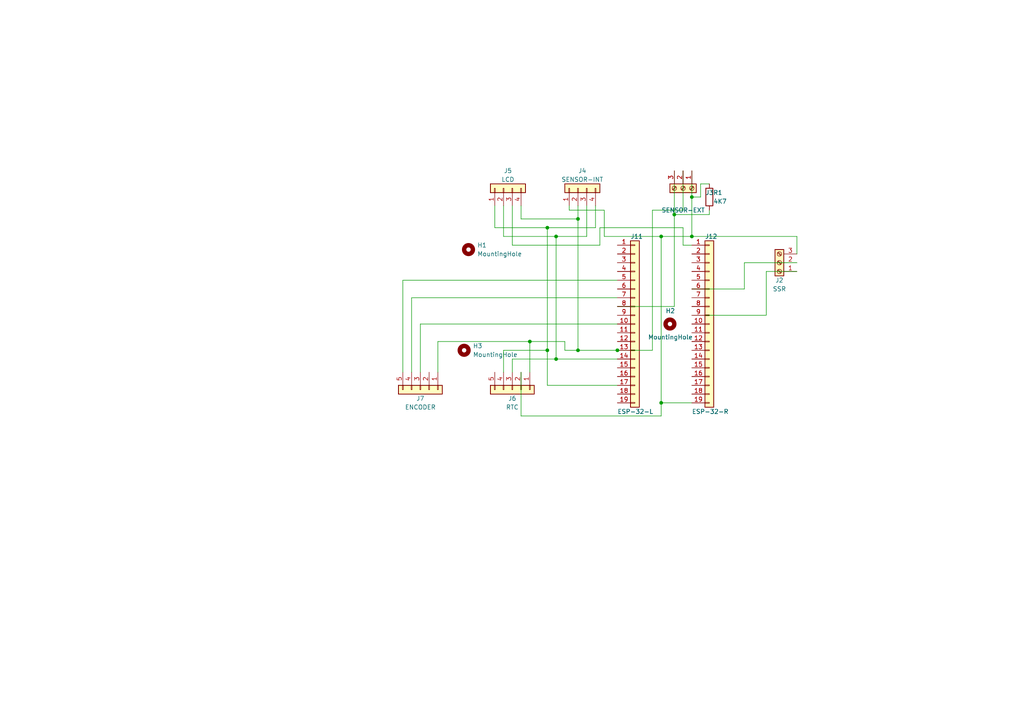
<source format=kicad_sch>
(kicad_sch (version 20211123) (generator eeschema)

  (uuid ef6cf2b0-fb00-4cb8-9c62-46a9d766f004)

  (paper "A4")

  (lib_symbols
    (symbol "Conn_01x19_1" (pin_names (offset 1.016) hide) (in_bom yes) (on_board yes)
      (property "Reference" "J11" (id 0) (at -1.27 25.4 0)
        (effects (font (size 1.27 1.27)) (justify left))
      )
      (property "Value" "ESP-32-L" (id 1) (at -5.08 -25.4 0)
        (effects (font (size 1.27 1.27)) (justify left))
      )
      (property "Footprint" "Connector_PinSocket_2.54mm:PinSocket_1x19_P2.54mm_Vertical" (id 2) (at 0 27.94 0)
        (effects (font (size 1.27 1.27)) hide)
      )
      (property "Datasheet" "~" (id 3) (at 0 0 0)
        (effects (font (size 1.27 1.27)) hide)
      )
      (property "ki_keywords" "connector" (id 4) (at 0 0 0)
        (effects (font (size 1.27 1.27)) hide)
      )
      (property "ki_description" "Generic connector, single row, 01x19, script generated (kicad-library-utils/schlib/autogen/connector/)" (id 5) (at 0 0 0)
        (effects (font (size 1.27 1.27)) hide)
      )
      (property "ki_fp_filters" "Connector*:*_1x??_*" (id 6) (at 0 0 0)
        (effects (font (size 1.27 1.27)) hide)
      )
      (symbol "Conn_01x19_1_1_1"
        (rectangle (start -1.27 -22.733) (end 0 -22.987)
          (stroke (width 0.1524) (type default) (color 0 0 0 0))
          (fill (type none))
        )
        (rectangle (start -1.27 -20.193) (end 0 -20.447)
          (stroke (width 0.1524) (type default) (color 0 0 0 0))
          (fill (type none))
        )
        (rectangle (start -1.27 -17.653) (end 0 -17.907)
          (stroke (width 0.1524) (type default) (color 0 0 0 0))
          (fill (type none))
        )
        (rectangle (start -1.27 -15.113) (end 0 -15.367)
          (stroke (width 0.1524) (type default) (color 0 0 0 0))
          (fill (type none))
        )
        (rectangle (start -1.27 -12.573) (end 0 -12.827)
          (stroke (width 0.1524) (type default) (color 0 0 0 0))
          (fill (type none))
        )
        (rectangle (start -1.27 -10.033) (end 0 -10.287)
          (stroke (width 0.1524) (type default) (color 0 0 0 0))
          (fill (type none))
        )
        (rectangle (start -1.27 -7.493) (end 0 -7.747)
          (stroke (width 0.1524) (type default) (color 0 0 0 0))
          (fill (type none))
        )
        (rectangle (start -1.27 -4.953) (end 0 -5.207)
          (stroke (width 0.1524) (type default) (color 0 0 0 0))
          (fill (type none))
        )
        (rectangle (start -1.27 -2.413) (end 0 -2.667)
          (stroke (width 0.1524) (type default) (color 0 0 0 0))
          (fill (type none))
        )
        (rectangle (start -1.27 0.127) (end 0 -0.127)
          (stroke (width 0.1524) (type default) (color 0 0 0 0))
          (fill (type none))
        )
        (rectangle (start -1.27 2.667) (end 0 2.413)
          (stroke (width 0.1524) (type default) (color 0 0 0 0))
          (fill (type none))
        )
        (rectangle (start -1.27 5.207) (end 0 4.953)
          (stroke (width 0.1524) (type default) (color 0 0 0 0))
          (fill (type none))
        )
        (rectangle (start -1.27 7.747) (end 0 7.493)
          (stroke (width 0.1524) (type default) (color 0 0 0 0))
          (fill (type none))
        )
        (rectangle (start -1.27 10.287) (end 0 10.033)
          (stroke (width 0.1524) (type default) (color 0 0 0 0))
          (fill (type none))
        )
        (rectangle (start -1.27 12.827) (end 0 12.573)
          (stroke (width 0.1524) (type default) (color 0 0 0 0))
          (fill (type none))
        )
        (rectangle (start -1.27 15.367) (end 0 15.113)
          (stroke (width 0.1524) (type default) (color 0 0 0 0))
          (fill (type none))
        )
        (rectangle (start -1.27 17.907) (end 0 17.653)
          (stroke (width 0.1524) (type default) (color 0 0 0 0))
          (fill (type none))
        )
        (rectangle (start -1.27 20.447) (end 0 20.193)
          (stroke (width 0.1524) (type default) (color 0 0 0 0))
          (fill (type none))
        )
        (rectangle (start -1.27 22.987) (end 0 22.733)
          (stroke (width 0.1524) (type default) (color 0 0 0 0))
          (fill (type none))
        )
        (rectangle (start -1.27 24.13) (end 1.27 -24.13)
          (stroke (width 0.254) (type default) (color 0 0 0 0))
          (fill (type background))
        )
        (pin passive line (at -5.08 22.86 0) (length 3.81)
          (name "Pin_1" (effects (font (size 1.27 1.27))))
          (number "1" (effects (font (size 1.27 1.27))))
        )
        (pin passive line (at -5.08 0 0) (length 3.81)
          (name "Pin_GPIO5" (effects (font (size 1.27 1.27))))
          (number "10" (effects (font (size 1.27 1.27))))
        )
        (pin passive line (at -5.08 -2.54 0) (length 3.81)
          (name "Pin_11" (effects (font (size 1.27 1.27))))
          (number "11" (effects (font (size 1.27 1.27))))
        )
        (pin passive line (at -5.08 -5.08 0) (length 3.81)
          (name "Pin_12" (effects (font (size 1.27 1.27))))
          (number "12" (effects (font (size 1.27 1.27))))
        )
        (pin passive line (at -5.08 -7.62 0) (length 3.81)
          (name "Pin_GND" (effects (font (size 1.27 1.27))))
          (number "13" (effects (font (size 1.27 1.27))))
        )
        (pin passive line (at -5.08 -10.16 0) (length 3.81)
          (name "Pin_SDA" (effects (font (size 1.27 1.27))))
          (number "14" (effects (font (size 1.27 1.27))))
        )
        (pin passive line (at -5.08 -12.7 0) (length 3.81)
          (name "Pin_15" (effects (font (size 1.27 1.27))))
          (number "15" (effects (font (size 1.27 1.27))))
        )
        (pin passive line (at -5.08 -15.24 0) (length 3.81)
          (name "Pin_16" (effects (font (size 1.27 1.27))))
          (number "16" (effects (font (size 1.27 1.27))))
        )
        (pin passive line (at -5.08 -17.78 0) (length 3.81)
          (name "Pin_SCL" (effects (font (size 1.27 1.27))))
          (number "17" (effects (font (size 1.27 1.27))))
        )
        (pin passive line (at -5.08 -20.32 0) (length 3.81)
          (name "Pin_18" (effects (font (size 1.27 1.27))))
          (number "18" (effects (font (size 1.27 1.27))))
        )
        (pin passive line (at -5.08 -22.86 0) (length 3.81)
          (name "Pin_19" (effects (font (size 1.27 1.27))))
          (number "19" (effects (font (size 1.27 1.27))))
        )
        (pin passive line (at -5.08 20.32 0) (length 3.81)
          (name "Pin_2" (effects (font (size 1.27 1.27))))
          (number "2" (effects (font (size 1.27 1.27))))
        )
        (pin passive line (at -5.08 17.78 0) (length 3.81)
          (name "Pin_3" (effects (font (size 1.27 1.27))))
          (number "3" (effects (font (size 1.27 1.27))))
        )
        (pin passive line (at -5.08 15.24 0) (length 3.81)
          (name "Pin_4" (effects (font (size 1.27 1.27))))
          (number "4" (effects (font (size 1.27 1.27))))
        )
        (pin passive line (at -5.08 12.7 0) (length 3.81)
          (name "Pin_GPIO2" (effects (font (size 1.27 1.27))))
          (number "5" (effects (font (size 1.27 1.27))))
        )
        (pin passive line (at -5.08 10.16 0) (length 3.81)
          (name "Pin_6" (effects (font (size 1.27 1.27))))
          (number "6" (effects (font (size 1.27 1.27))))
        )
        (pin passive line (at -5.08 7.62 0) (length 3.81)
          (name "Pin_GPIO4" (effects (font (size 1.27 1.27))))
          (number "7" (effects (font (size 1.27 1.27))))
        )
        (pin passive line (at -5.08 5.08 0) (length 3.81)
          (name "Pin_GPIO16" (effects (font (size 1.27 1.27))))
          (number "8" (effects (font (size 1.27 1.27))))
        )
        (pin passive line (at -5.08 2.54 0) (length 3.81)
          (name "Pin_9" (effects (font (size 1.27 1.27))))
          (number "9" (effects (font (size 1.27 1.27))))
        )
      )
    )
    (symbol "Connector:Screw_Terminal_01x03" (pin_names (offset 1.016) hide) (in_bom yes) (on_board yes)
      (property "Reference" "J" (id 0) (at 0 5.08 0)
        (effects (font (size 1.27 1.27)))
      )
      (property "Value" "Screw_Terminal_01x03" (id 1) (at 0 -5.08 0)
        (effects (font (size 1.27 1.27)))
      )
      (property "Footprint" "" (id 2) (at 0 0 0)
        (effects (font (size 1.27 1.27)) hide)
      )
      (property "Datasheet" "~" (id 3) (at 0 0 0)
        (effects (font (size 1.27 1.27)) hide)
      )
      (property "ki_keywords" "screw terminal" (id 4) (at 0 0 0)
        (effects (font (size 1.27 1.27)) hide)
      )
      (property "ki_description" "Generic screw terminal, single row, 01x03, script generated (kicad-library-utils/schlib/autogen/connector/)" (id 5) (at 0 0 0)
        (effects (font (size 1.27 1.27)) hide)
      )
      (property "ki_fp_filters" "TerminalBlock*:*" (id 6) (at 0 0 0)
        (effects (font (size 1.27 1.27)) hide)
      )
      (symbol "Screw_Terminal_01x03_1_1"
        (rectangle (start -1.27 3.81) (end 1.27 -3.81)
          (stroke (width 0.254) (type default) (color 0 0 0 0))
          (fill (type background))
        )
        (circle (center 0 -2.54) (radius 0.635)
          (stroke (width 0.1524) (type default) (color 0 0 0 0))
          (fill (type none))
        )
        (polyline
          (pts
            (xy -0.5334 -2.2098)
            (xy 0.3302 -3.048)
          )
          (stroke (width 0.1524) (type default) (color 0 0 0 0))
          (fill (type none))
        )
        (polyline
          (pts
            (xy -0.5334 0.3302)
            (xy 0.3302 -0.508)
          )
          (stroke (width 0.1524) (type default) (color 0 0 0 0))
          (fill (type none))
        )
        (polyline
          (pts
            (xy -0.5334 2.8702)
            (xy 0.3302 2.032)
          )
          (stroke (width 0.1524) (type default) (color 0 0 0 0))
          (fill (type none))
        )
        (polyline
          (pts
            (xy -0.3556 -2.032)
            (xy 0.508 -2.8702)
          )
          (stroke (width 0.1524) (type default) (color 0 0 0 0))
          (fill (type none))
        )
        (polyline
          (pts
            (xy -0.3556 0.508)
            (xy 0.508 -0.3302)
          )
          (stroke (width 0.1524) (type default) (color 0 0 0 0))
          (fill (type none))
        )
        (polyline
          (pts
            (xy -0.3556 3.048)
            (xy 0.508 2.2098)
          )
          (stroke (width 0.1524) (type default) (color 0 0 0 0))
          (fill (type none))
        )
        (circle (center 0 0) (radius 0.635)
          (stroke (width 0.1524) (type default) (color 0 0 0 0))
          (fill (type none))
        )
        (circle (center 0 2.54) (radius 0.635)
          (stroke (width 0.1524) (type default) (color 0 0 0 0))
          (fill (type none))
        )
        (pin passive line (at -5.08 2.54 0) (length 3.81)
          (name "Pin_1" (effects (font (size 1.27 1.27))))
          (number "1" (effects (font (size 1.27 1.27))))
        )
        (pin passive line (at -5.08 0 0) (length 3.81)
          (name "Pin_2" (effects (font (size 1.27 1.27))))
          (number "2" (effects (font (size 1.27 1.27))))
        )
        (pin passive line (at -5.08 -2.54 0) (length 3.81)
          (name "Pin_3" (effects (font (size 1.27 1.27))))
          (number "3" (effects (font (size 1.27 1.27))))
        )
      )
    )
    (symbol "Connector_Generic:Conn_01x04" (pin_names (offset 1.016) hide) (in_bom yes) (on_board yes)
      (property "Reference" "J" (id 0) (at 0 5.08 0)
        (effects (font (size 1.27 1.27)))
      )
      (property "Value" "Conn_01x04" (id 1) (at 0 -7.62 0)
        (effects (font (size 1.27 1.27)))
      )
      (property "Footprint" "" (id 2) (at 0 0 0)
        (effects (font (size 1.27 1.27)) hide)
      )
      (property "Datasheet" "~" (id 3) (at 0 0 0)
        (effects (font (size 1.27 1.27)) hide)
      )
      (property "ki_keywords" "connector" (id 4) (at 0 0 0)
        (effects (font (size 1.27 1.27)) hide)
      )
      (property "ki_description" "Generic connector, single row, 01x04, script generated (kicad-library-utils/schlib/autogen/connector/)" (id 5) (at 0 0 0)
        (effects (font (size 1.27 1.27)) hide)
      )
      (property "ki_fp_filters" "Connector*:*_1x??_*" (id 6) (at 0 0 0)
        (effects (font (size 1.27 1.27)) hide)
      )
      (symbol "Conn_01x04_1_1"
        (rectangle (start -1.27 -4.953) (end 0 -5.207)
          (stroke (width 0.1524) (type default) (color 0 0 0 0))
          (fill (type none))
        )
        (rectangle (start -1.27 -2.413) (end 0 -2.667)
          (stroke (width 0.1524) (type default) (color 0 0 0 0))
          (fill (type none))
        )
        (rectangle (start -1.27 0.127) (end 0 -0.127)
          (stroke (width 0.1524) (type default) (color 0 0 0 0))
          (fill (type none))
        )
        (rectangle (start -1.27 2.667) (end 0 2.413)
          (stroke (width 0.1524) (type default) (color 0 0 0 0))
          (fill (type none))
        )
        (rectangle (start -1.27 3.81) (end 1.27 -6.35)
          (stroke (width 0.254) (type default) (color 0 0 0 0))
          (fill (type background))
        )
        (pin passive line (at -5.08 2.54 0) (length 3.81)
          (name "Pin_1" (effects (font (size 1.27 1.27))))
          (number "1" (effects (font (size 1.27 1.27))))
        )
        (pin passive line (at -5.08 0 0) (length 3.81)
          (name "Pin_2" (effects (font (size 1.27 1.27))))
          (number "2" (effects (font (size 1.27 1.27))))
        )
        (pin passive line (at -5.08 -2.54 0) (length 3.81)
          (name "Pin_3" (effects (font (size 1.27 1.27))))
          (number "3" (effects (font (size 1.27 1.27))))
        )
        (pin passive line (at -5.08 -5.08 0) (length 3.81)
          (name "Pin_4" (effects (font (size 1.27 1.27))))
          (number "4" (effects (font (size 1.27 1.27))))
        )
      )
    )
    (symbol "Connector_Generic:Conn_01x05" (pin_names (offset 1.016) hide) (in_bom yes) (on_board yes)
      (property "Reference" "J" (id 0) (at 0 7.62 0)
        (effects (font (size 1.27 1.27)))
      )
      (property "Value" "Conn_01x05" (id 1) (at 0 -7.62 0)
        (effects (font (size 1.27 1.27)))
      )
      (property "Footprint" "" (id 2) (at 0 0 0)
        (effects (font (size 1.27 1.27)) hide)
      )
      (property "Datasheet" "~" (id 3) (at 0 0 0)
        (effects (font (size 1.27 1.27)) hide)
      )
      (property "ki_keywords" "connector" (id 4) (at 0 0 0)
        (effects (font (size 1.27 1.27)) hide)
      )
      (property "ki_description" "Generic connector, single row, 01x05, script generated (kicad-library-utils/schlib/autogen/connector/)" (id 5) (at 0 0 0)
        (effects (font (size 1.27 1.27)) hide)
      )
      (property "ki_fp_filters" "Connector*:*_1x??_*" (id 6) (at 0 0 0)
        (effects (font (size 1.27 1.27)) hide)
      )
      (symbol "Conn_01x05_1_1"
        (rectangle (start -1.27 -4.953) (end 0 -5.207)
          (stroke (width 0.1524) (type default) (color 0 0 0 0))
          (fill (type none))
        )
        (rectangle (start -1.27 -2.413) (end 0 -2.667)
          (stroke (width 0.1524) (type default) (color 0 0 0 0))
          (fill (type none))
        )
        (rectangle (start -1.27 0.127) (end 0 -0.127)
          (stroke (width 0.1524) (type default) (color 0 0 0 0))
          (fill (type none))
        )
        (rectangle (start -1.27 2.667) (end 0 2.413)
          (stroke (width 0.1524) (type default) (color 0 0 0 0))
          (fill (type none))
        )
        (rectangle (start -1.27 5.207) (end 0 4.953)
          (stroke (width 0.1524) (type default) (color 0 0 0 0))
          (fill (type none))
        )
        (rectangle (start -1.27 6.35) (end 1.27 -6.35)
          (stroke (width 0.254) (type default) (color 0 0 0 0))
          (fill (type background))
        )
        (pin passive line (at -5.08 5.08 0) (length 3.81)
          (name "Pin_1" (effects (font (size 1.27 1.27))))
          (number "1" (effects (font (size 1.27 1.27))))
        )
        (pin passive line (at -5.08 2.54 0) (length 3.81)
          (name "Pin_2" (effects (font (size 1.27 1.27))))
          (number "2" (effects (font (size 1.27 1.27))))
        )
        (pin passive line (at -5.08 0 0) (length 3.81)
          (name "Pin_3" (effects (font (size 1.27 1.27))))
          (number "3" (effects (font (size 1.27 1.27))))
        )
        (pin passive line (at -5.08 -2.54 0) (length 3.81)
          (name "Pin_4" (effects (font (size 1.27 1.27))))
          (number "4" (effects (font (size 1.27 1.27))))
        )
        (pin passive line (at -5.08 -5.08 0) (length 3.81)
          (name "Pin_5" (effects (font (size 1.27 1.27))))
          (number "5" (effects (font (size 1.27 1.27))))
        )
      )
    )
    (symbol "Connector_Generic:Conn_01x19" (pin_names (offset 1.016) hide) (in_bom yes) (on_board yes)
      (property "Reference" "J12" (id 0) (at -1.27 25.4 0)
        (effects (font (size 1.27 1.27)) (justify left))
      )
      (property "Value" "ESP-32-R" (id 1) (at -5.08 -25.4 0)
        (effects (font (size 1.27 1.27)) (justify left))
      )
      (property "Footprint" "Connector_PinSocket_2.54mm:PinSocket_1x19_P2.54mm_Vertical" (id 2) (at 0 0 0)
        (effects (font (size 1.27 1.27)) hide)
      )
      (property "Datasheet" "~" (id 3) (at 0 0 0)
        (effects (font (size 1.27 1.27)) hide)
      )
      (property "ki_keywords" "connector" (id 4) (at 0 0 0)
        (effects (font (size 1.27 1.27)) hide)
      )
      (property "ki_description" "Generic connector, single row, 01x19, script generated (kicad-library-utils/schlib/autogen/connector/)" (id 5) (at 0 0 0)
        (effects (font (size 1.27 1.27)) hide)
      )
      (property "ki_fp_filters" "Connector*:*_1x??_*" (id 6) (at 0 0 0)
        (effects (font (size 1.27 1.27)) hide)
      )
      (symbol "Conn_01x19_1_1"
        (rectangle (start -1.27 -22.733) (end 0 -22.987)
          (stroke (width 0.1524) (type default) (color 0 0 0 0))
          (fill (type none))
        )
        (rectangle (start -1.27 -20.193) (end 0 -20.447)
          (stroke (width 0.1524) (type default) (color 0 0 0 0))
          (fill (type none))
        )
        (rectangle (start -1.27 -17.653) (end 0 -17.907)
          (stroke (width 0.1524) (type default) (color 0 0 0 0))
          (fill (type none))
        )
        (rectangle (start -1.27 -15.113) (end 0 -15.367)
          (stroke (width 0.1524) (type default) (color 0 0 0 0))
          (fill (type none))
        )
        (rectangle (start -1.27 -12.573) (end 0 -12.827)
          (stroke (width 0.1524) (type default) (color 0 0 0 0))
          (fill (type none))
        )
        (rectangle (start -1.27 -10.033) (end 0 -10.287)
          (stroke (width 0.1524) (type default) (color 0 0 0 0))
          (fill (type none))
        )
        (rectangle (start -1.27 -7.493) (end 0 -7.747)
          (stroke (width 0.1524) (type default) (color 0 0 0 0))
          (fill (type none))
        )
        (rectangle (start -1.27 -4.953) (end 0 -5.207)
          (stroke (width 0.1524) (type default) (color 0 0 0 0))
          (fill (type none))
        )
        (rectangle (start -1.27 -2.413) (end 0 -2.667)
          (stroke (width 0.1524) (type default) (color 0 0 0 0))
          (fill (type none))
        )
        (rectangle (start -1.27 0.127) (end 0 -0.127)
          (stroke (width 0.1524) (type default) (color 0 0 0 0))
          (fill (type none))
        )
        (rectangle (start -1.27 2.667) (end 0 2.413)
          (stroke (width 0.1524) (type default) (color 0 0 0 0))
          (fill (type none))
        )
        (rectangle (start -1.27 5.207) (end 0 4.953)
          (stroke (width 0.1524) (type default) (color 0 0 0 0))
          (fill (type none))
        )
        (rectangle (start -1.27 7.747) (end 0 7.493)
          (stroke (width 0.1524) (type default) (color 0 0 0 0))
          (fill (type none))
        )
        (rectangle (start -1.27 10.287) (end 0 10.033)
          (stroke (width 0.1524) (type default) (color 0 0 0 0))
          (fill (type none))
        )
        (rectangle (start -1.27 12.827) (end 0 12.573)
          (stroke (width 0.1524) (type default) (color 0 0 0 0))
          (fill (type none))
        )
        (rectangle (start -1.27 15.367) (end 0 15.113)
          (stroke (width 0.1524) (type default) (color 0 0 0 0))
          (fill (type none))
        )
        (rectangle (start -1.27 17.907) (end 0 17.653)
          (stroke (width 0.1524) (type default) (color 0 0 0 0))
          (fill (type none))
        )
        (rectangle (start -1.27 20.447) (end 0 20.193)
          (stroke (width 0.1524) (type default) (color 0 0 0 0))
          (fill (type none))
        )
        (rectangle (start -1.27 22.987) (end 0 22.733)
          (stroke (width 0.1524) (type default) (color 0 0 0 0))
          (fill (type none))
        )
        (rectangle (start -1.27 24.13) (end 1.27 -24.13)
          (stroke (width 0.254) (type default) (color 0 0 0 0))
          (fill (type background))
        )
        (pin passive line (at -5.08 22.86 0) (length 3.81)
          (name "Pin_1" (effects (font (size 1.27 1.27))))
          (number "1" (effects (font (size 1.27 1.27))))
        )
        (pin passive line (at -5.08 0 0) (length 3.81)
          (name "Pin_10" (effects (font (size 1.27 1.27))))
          (number "10" (effects (font (size 1.27 1.27))))
        )
        (pin passive line (at -5.08 -2.54 0) (length 3.81)
          (name "Pin_11" (effects (font (size 1.27 1.27))))
          (number "11" (effects (font (size 1.27 1.27))))
        )
        (pin passive line (at -5.08 -5.08 0) (length 3.81)
          (name "Pin_12" (effects (font (size 1.27 1.27))))
          (number "12" (effects (font (size 1.27 1.27))))
        )
        (pin passive line (at -5.08 -7.62 0) (length 3.81)
          (name "Pin_13" (effects (font (size 1.27 1.27))))
          (number "13" (effects (font (size 1.27 1.27))))
        )
        (pin passive line (at -5.08 -10.16 0) (length 3.81)
          (name "Pin_14" (effects (font (size 1.27 1.27))))
          (number "14" (effects (font (size 1.27 1.27))))
        )
        (pin passive line (at -5.08 -12.7 0) (length 3.81)
          (name "Pin_15" (effects (font (size 1.27 1.27))))
          (number "15" (effects (font (size 1.27 1.27))))
        )
        (pin passive line (at -5.08 -15.24 0) (length 3.81)
          (name "Pin_16" (effects (font (size 1.27 1.27))))
          (number "16" (effects (font (size 1.27 1.27))))
        )
        (pin passive line (at -5.08 -17.78 0) (length 3.81)
          (name "Pin_17" (effects (font (size 1.27 1.27))))
          (number "17" (effects (font (size 1.27 1.27))))
        )
        (pin passive line (at -5.08 -20.32 0) (length 3.81)
          (name "Pin_18" (effects (font (size 1.27 1.27))))
          (number "18" (effects (font (size 1.27 1.27))))
        )
        (pin passive line (at -5.08 -22.86 0) (length 3.81)
          (name "Pin_3V3" (effects (font (size 1.27 1.27))))
          (number "19" (effects (font (size 1.27 1.27))))
        )
        (pin passive line (at -5.08 20.32 0) (length 3.81)
          (name "Pin_2" (effects (font (size 1.27 1.27))))
          (number "2" (effects (font (size 1.27 1.27))))
        )
        (pin passive line (at -5.08 17.78 0) (length 3.81)
          (name "Pin_3" (effects (font (size 1.27 1.27))))
          (number "3" (effects (font (size 1.27 1.27))))
        )
        (pin passive line (at -5.08 15.24 0) (length 3.81)
          (name "Pin_4" (effects (font (size 1.27 1.27))))
          (number "4" (effects (font (size 1.27 1.27))))
        )
        (pin passive line (at -5.08 12.7 0) (length 3.81)
          (name "Pin_5" (effects (font (size 1.27 1.27))))
          (number "5" (effects (font (size 1.27 1.27))))
        )
        (pin passive line (at -5.08 10.16 0) (length 3.81)
          (name "Pin_GND" (effects (font (size 1.27 1.27))))
          (number "6" (effects (font (size 1.27 1.27))))
        )
        (pin passive line (at -5.08 7.62 0) (length 3.81)
          (name "Pin_7" (effects (font (size 1.27 1.27))))
          (number "7" (effects (font (size 1.27 1.27))))
        )
        (pin passive line (at -5.08 5.08 0) (length 3.81)
          (name "Pin_8" (effects (font (size 1.27 1.27))))
          (number "8" (effects (font (size 1.27 1.27))))
        )
        (pin passive line (at -5.08 2.54 0) (length 3.81)
          (name "Pin_GPIO27" (effects (font (size 1.27 1.27))))
          (number "9" (effects (font (size 1.27 1.27))))
        )
      )
    )
    (symbol "Device:R" (pin_numbers hide) (pin_names (offset 0)) (in_bom yes) (on_board yes)
      (property "Reference" "R" (id 0) (at 2.032 0 90)
        (effects (font (size 1.27 1.27)))
      )
      (property "Value" "R" (id 1) (at 0 0 90)
        (effects (font (size 1.27 1.27)))
      )
      (property "Footprint" "" (id 2) (at -1.778 0 90)
        (effects (font (size 1.27 1.27)) hide)
      )
      (property "Datasheet" "~" (id 3) (at 0 0 0)
        (effects (font (size 1.27 1.27)) hide)
      )
      (property "ki_keywords" "R res resistor" (id 4) (at 0 0 0)
        (effects (font (size 1.27 1.27)) hide)
      )
      (property "ki_description" "Resistor" (id 5) (at 0 0 0)
        (effects (font (size 1.27 1.27)) hide)
      )
      (property "ki_fp_filters" "R_*" (id 6) (at 0 0 0)
        (effects (font (size 1.27 1.27)) hide)
      )
      (symbol "R_0_1"
        (rectangle (start -1.016 -2.54) (end 1.016 2.54)
          (stroke (width 0.254) (type default) (color 0 0 0 0))
          (fill (type none))
        )
      )
      (symbol "R_1_1"
        (pin passive line (at 0 3.81 270) (length 1.27)
          (name "~" (effects (font (size 1.27 1.27))))
          (number "1" (effects (font (size 1.27 1.27))))
        )
        (pin passive line (at 0 -3.81 90) (length 1.27)
          (name "~" (effects (font (size 1.27 1.27))))
          (number "2" (effects (font (size 1.27 1.27))))
        )
      )
    )
    (symbol "Mechanical:MountingHole" (pin_names (offset 1.016)) (in_bom yes) (on_board yes)
      (property "Reference" "H" (id 0) (at 0 5.08 0)
        (effects (font (size 1.27 1.27)))
      )
      (property "Value" "MountingHole" (id 1) (at 0 3.175 0)
        (effects (font (size 1.27 1.27)))
      )
      (property "Footprint" "" (id 2) (at 0 0 0)
        (effects (font (size 1.27 1.27)) hide)
      )
      (property "Datasheet" "~" (id 3) (at 0 0 0)
        (effects (font (size 1.27 1.27)) hide)
      )
      (property "ki_keywords" "mounting hole" (id 4) (at 0 0 0)
        (effects (font (size 1.27 1.27)) hide)
      )
      (property "ki_description" "Mounting Hole without connection" (id 5) (at 0 0 0)
        (effects (font (size 1.27 1.27)) hide)
      )
      (property "ki_fp_filters" "MountingHole*" (id 6) (at 0 0 0)
        (effects (font (size 1.27 1.27)) hide)
      )
      (symbol "MountingHole_0_1"
        (circle (center 0 0) (radius 1.27)
          (stroke (width 1.27) (type default) (color 0 0 0 0))
          (fill (type none))
        )
      )
    )
    (symbol "Screw_Terminal_01x03_1" (pin_names (offset 1.016) hide) (in_bom yes) (on_board yes)
      (property "Reference" "J3" (id 0) (at 1.27 8.89 90)
        (effects (font (size 1.27 1.27)) (justify right))
      )
      (property "Value" "Screw_Terminal_01x03_1" (id 1) (at 6.35 6.35 90)
        (effects (font (size 1.27 1.27)) (justify right))
      )
      (property "Footprint" "TerminalBlock_Phoenix:TerminalBlock_Phoenix_MKDS-1,5-3_1x03_P5.00mm_Horizontal" (id 2) (at -1.27 7.62 0)
        (effects (font (size 1.27 1.27)) hide)
      )
      (property "Datasheet" "~" (id 3) (at 0 0 0)
        (effects (font (size 1.27 1.27)) hide)
      )
      (property "ki_keywords" "screw terminal" (id 4) (at 0 0 0)
        (effects (font (size 1.27 1.27)) hide)
      )
      (property "ki_description" "Generic screw terminal, single row, 01x03, script generated (kicad-library-utils/schlib/autogen/connector/)" (id 5) (at 0 0 0)
        (effects (font (size 1.27 1.27)) hide)
      )
      (property "ki_fp_filters" "TerminalBlock*:*" (id 6) (at 0 0 0)
        (effects (font (size 1.27 1.27)) hide)
      )
      (symbol "Screw_Terminal_01x03_1_1_1"
        (rectangle (start -1.27 3.81) (end 1.27 -3.81)
          (stroke (width 0.254) (type default) (color 0 0 0 0))
          (fill (type background))
        )
        (circle (center 0 -2.54) (radius 0.635)
          (stroke (width 0.1524) (type default) (color 0 0 0 0))
          (fill (type none))
        )
        (polyline
          (pts
            (xy -0.5334 -2.2098)
            (xy 0.3302 -3.048)
          )
          (stroke (width 0.1524) (type default) (color 0 0 0 0))
          (fill (type none))
        )
        (polyline
          (pts
            (xy -0.5334 0.3302)
            (xy 0.3302 -0.508)
          )
          (stroke (width 0.1524) (type default) (color 0 0 0 0))
          (fill (type none))
        )
        (polyline
          (pts
            (xy -0.5334 2.8702)
            (xy 0.3302 2.032)
          )
          (stroke (width 0.1524) (type default) (color 0 0 0 0))
          (fill (type none))
        )
        (polyline
          (pts
            (xy -0.3556 -2.032)
            (xy 0.508 -2.8702)
          )
          (stroke (width 0.1524) (type default) (color 0 0 0 0))
          (fill (type none))
        )
        (polyline
          (pts
            (xy -0.3556 0.508)
            (xy 0.508 -0.3302)
          )
          (stroke (width 0.1524) (type default) (color 0 0 0 0))
          (fill (type none))
        )
        (polyline
          (pts
            (xy -0.3556 3.048)
            (xy 0.508 2.2098)
          )
          (stroke (width 0.1524) (type default) (color 0 0 0 0))
          (fill (type none))
        )
        (circle (center 0 0) (radius 0.635)
          (stroke (width 0.1524) (type default) (color 0 0 0 0))
          (fill (type none))
        )
        (circle (center 0 2.54) (radius 0.635)
          (stroke (width 0.1524) (type default) (color 0 0 0 0))
          (fill (type none))
        )
        (pin passive line (at -5.08 2.54 0) (length 3.81)
          (name "Pin_VCC" (effects (font (size 1.27 1.27))))
          (number "1" (effects (font (size 1.27 1.27))))
        )
        (pin passive line (at -5.08 0 0) (length 3.81)
          (name "Pin_GND" (effects (font (size 1.27 1.27))))
          (number "2" (effects (font (size 1.27 1.27))))
        )
        (pin passive line (at -5.08 -2.54 0) (length 3.81)
          (name "Pin_DATA" (effects (font (size 1.27 1.27))))
          (number "3" (effects (font (size 1.27 1.27))))
        )
      )
    )
  )

  (junction (at 200.66 68.58) (diameter 0) (color 0 0 0 0)
    (uuid 17e57c08-103a-4620-839c-63fe90a0265f)
  )
  (junction (at 179.07 101.6) (diameter 0) (color 0 0 0 0)
    (uuid 2257351f-7812-4b24-9e5b-852067046703)
  )
  (junction (at 158.75 66.04) (diameter 0) (color 0 0 0 0)
    (uuid 385ccc4f-c332-4433-a13a-0a65b1d49b5a)
  )
  (junction (at 158.75 101.6) (diameter 0) (color 0 0 0 0)
    (uuid 38b9beb0-9058-489f-bb75-c607b1c0287c)
  )
  (junction (at 161.29 68.58) (diameter 0) (color 0 0 0 0)
    (uuid 3a479207-c4b0-46d3-96b7-5bfdfd70ebf3)
  )
  (junction (at 153.67 99.06) (diameter 0) (color 0 0 0 0)
    (uuid 53e05ade-ae50-4d17-9356-951cec29bddd)
  )
  (junction (at 161.29 104.14) (diameter 0) (color 0 0 0 0)
    (uuid 58985aa0-ba33-45d5-9485-82ed2c5f0b3e)
  )
  (junction (at 191.77 68.58) (diameter 0) (color 0 0 0 0)
    (uuid 6b327825-7f0a-4f64-a5ca-c743a6a9b5eb)
  )
  (junction (at 200.66 57.15) (diameter 0) (color 0 0 0 0)
    (uuid a5fb7546-6bc4-43c3-9d12-a966d48d8a6d)
  )
  (junction (at 167.64 63.5) (diameter 0) (color 0 0 0 0)
    (uuid ac166e8b-f765-4169-92c2-9d253ef0cfd4)
  )
  (junction (at 167.64 101.6) (diameter 0) (color 0 0 0 0)
    (uuid dc157d45-075e-4df9-b450-cd045dc860aa)
  )
  (junction (at 195.58 62.23) (diameter 0) (color 0 0 0 0)
    (uuid dc43c791-9ba2-4d43-a701-06da7cfa492c)
  )
  (junction (at 191.77 116.84) (diameter 0) (color 0 0 0 0)
    (uuid ef6b937e-5d4e-4462-a379-2a48af63e46f)
  )

  (wire (pts (xy 179.07 111.76) (xy 158.75 111.76))
    (stroke (width 0) (type default) (color 0 0 0 0))
    (uuid 000410e7-93b6-4d5e-93dc-dfc7e5cf152e)
  )
  (wire (pts (xy 158.75 101.6) (xy 158.75 66.04))
    (stroke (width 0) (type default) (color 0 0 0 0))
    (uuid 03a68dc4-515d-4a8c-bbec-1a7a0720d3bf)
  )
  (wire (pts (xy 222.25 91.44) (xy 200.66 91.44))
    (stroke (width 0) (type default) (color 0 0 0 0))
    (uuid 04c2ebdc-644b-4660-95c5-6fad0b15b918)
  )
  (wire (pts (xy 195.58 62.23) (xy 195.58 88.9))
    (stroke (width 0) (type default) (color 0 0 0 0))
    (uuid 061ea57b-8727-4a89-bc7d-fc7d003b8769)
  )
  (wire (pts (xy 121.92 93.98) (xy 121.92 107.95))
    (stroke (width 0) (type default) (color 0 0 0 0))
    (uuid 0aa16f82-858d-4d6b-a032-4f272054a929)
  )
  (wire (pts (xy 161.29 68.58) (xy 146.05 68.58))
    (stroke (width 0) (type default) (color 0 0 0 0))
    (uuid 0b7f9098-0b82-4195-8e1b-3326992e2eb3)
  )
  (wire (pts (xy 189.23 60.96) (xy 189.23 101.6))
    (stroke (width 0) (type default) (color 0 0 0 0))
    (uuid 0c018e4f-eba7-4ef4-a072-8b8025959e80)
  )
  (wire (pts (xy 167.64 59.69) (xy 167.64 63.5))
    (stroke (width 0) (type default) (color 0 0 0 0))
    (uuid 0c9f5114-63f4-4a2d-905c-2fd262d6179e)
  )
  (wire (pts (xy 198.12 71.12) (xy 198.12 66.04))
    (stroke (width 0) (type default) (color 0 0 0 0))
    (uuid 14b3ba9d-e063-40d5-91b7-8f017317c48a)
  )
  (wire (pts (xy 205.74 62.23) (xy 205.74 60.96))
    (stroke (width 0) (type default) (color 0 0 0 0))
    (uuid 22ab83a4-d3f6-4d9a-b683-586ab45c57ab)
  )
  (wire (pts (xy 215.9 76.2) (xy 215.9 83.82))
    (stroke (width 0) (type default) (color 0 0 0 0))
    (uuid 2468b799-3245-4c78-8e2b-d1abc50e5317)
  )
  (wire (pts (xy 127 99.06) (xy 127 107.95))
    (stroke (width 0) (type default) (color 0 0 0 0))
    (uuid 30c29d93-9570-4891-8d2f-6af5bc1bc01e)
  )
  (wire (pts (xy 151.13 59.69) (xy 151.13 63.5))
    (stroke (width 0) (type default) (color 0 0 0 0))
    (uuid 33d98d44-590c-45d3-ae19-94e5b20f9575)
  )
  (wire (pts (xy 195.58 49.53) (xy 195.58 62.23))
    (stroke (width 0) (type default) (color 0 0 0 0))
    (uuid 36676d6b-a563-41cc-928f-8ac00ebe4b3b)
  )
  (wire (pts (xy 231.14 68.58) (xy 231.14 73.66))
    (stroke (width 0) (type default) (color 0 0 0 0))
    (uuid 37ddc93d-9677-45f8-9f37-4e1ea6156aba)
  )
  (wire (pts (xy 173.99 71.12) (xy 173.99 66.04))
    (stroke (width 0) (type default) (color 0 0 0 0))
    (uuid 3a11dbdd-8798-4a9a-afdf-3a0a9e3d92f7)
  )
  (wire (pts (xy 200.66 71.12) (xy 198.12 71.12))
    (stroke (width 0) (type default) (color 0 0 0 0))
    (uuid 3ed597ca-6c52-4fb7-b9ac-d200989f65ba)
  )
  (wire (pts (xy 153.67 99.06) (xy 153.67 107.95))
    (stroke (width 0) (type default) (color 0 0 0 0))
    (uuid 4699b5c8-a00c-4f91-a1e9-ae5d61b4db84)
  )
  (wire (pts (xy 158.75 66.04) (xy 172.72 66.04))
    (stroke (width 0) (type default) (color 0 0 0 0))
    (uuid 49f97d73-49f1-4a47-8f6d-f816cc632e47)
  )
  (wire (pts (xy 200.66 57.15) (xy 200.66 68.58))
    (stroke (width 0) (type default) (color 0 0 0 0))
    (uuid 4f009067-8dcb-48c4-8ab1-0e78c83e2022)
  )
  (wire (pts (xy 158.75 111.76) (xy 158.75 101.6))
    (stroke (width 0) (type default) (color 0 0 0 0))
    (uuid 4ffe41c2-0eb0-48d7-9eeb-077abc813abf)
  )
  (wire (pts (xy 116.84 81.28) (xy 116.84 107.95))
    (stroke (width 0) (type default) (color 0 0 0 0))
    (uuid 567fd3d7-d285-4b81-b4b8-9140e6a90494)
  )
  (wire (pts (xy 119.38 86.36) (xy 119.38 107.95))
    (stroke (width 0) (type default) (color 0 0 0 0))
    (uuid 5b869159-1d42-4a56-9ca3-8a92310ecc09)
  )
  (wire (pts (xy 167.64 101.6) (xy 179.07 101.6))
    (stroke (width 0) (type default) (color 0 0 0 0))
    (uuid 5bee745c-221a-4f3e-85e6-68ea34708004)
  )
  (wire (pts (xy 148.59 107.95) (xy 148.59 104.14))
    (stroke (width 0) (type default) (color 0 0 0 0))
    (uuid 65ccfeed-e611-448b-82bd-9e16b719f869)
  )
  (wire (pts (xy 148.59 71.12) (xy 173.99 71.12))
    (stroke (width 0) (type default) (color 0 0 0 0))
    (uuid 6b2245ec-af0d-49b2-8f74-95c709916d62)
  )
  (wire (pts (xy 170.18 59.69) (xy 170.18 68.58))
    (stroke (width 0) (type default) (color 0 0 0 0))
    (uuid 6fc7b9e7-0468-438e-8947-6795a6959d1f)
  )
  (wire (pts (xy 121.92 93.98) (xy 179.07 93.98))
    (stroke (width 0) (type default) (color 0 0 0 0))
    (uuid 79c567c6-895d-44d9-949b-59243f1bfb9e)
  )
  (wire (pts (xy 179.07 101.6) (xy 189.23 101.6))
    (stroke (width 0) (type default) (color 0 0 0 0))
    (uuid 7a87e3d8-a036-4a00-915d-65ea6a8adc66)
  )
  (wire (pts (xy 119.38 86.36) (xy 179.07 86.36))
    (stroke (width 0) (type default) (color 0 0 0 0))
    (uuid 7de8acd0-e9d3-4a0d-b26a-4f44ac8193e6)
  )
  (wire (pts (xy 215.9 76.2) (xy 231.14 76.2))
    (stroke (width 0) (type default) (color 0 0 0 0))
    (uuid 7ee95b61-3f2c-4ce7-bcbe-813c1a37e48c)
  )
  (wire (pts (xy 173.99 66.04) (xy 198.12 66.04))
    (stroke (width 0) (type default) (color 0 0 0 0))
    (uuid 8861b40a-bb70-4db1-bae1-e4832719754b)
  )
  (wire (pts (xy 191.77 120.65) (xy 191.77 116.84))
    (stroke (width 0) (type default) (color 0 0 0 0))
    (uuid 88b160f0-52df-4260-93a8-ae423051fe9f)
  )
  (wire (pts (xy 198.12 49.53) (xy 198.12 60.96))
    (stroke (width 0) (type default) (color 0 0 0 0))
    (uuid 9165b1bb-575a-4283-96bb-905e24554db7)
  )
  (wire (pts (xy 200.66 49.53) (xy 200.66 57.15))
    (stroke (width 0) (type default) (color 0 0 0 0))
    (uuid 91cf39eb-0a61-4167-ab0b-9a46411c4b03)
  )
  (wire (pts (xy 175.26 60.96) (xy 165.1 60.96))
    (stroke (width 0) (type default) (color 0 0 0 0))
    (uuid 91f273b7-a623-44db-b287-c56cfdb3cd11)
  )
  (wire (pts (xy 148.59 59.69) (xy 148.59 71.12))
    (stroke (width 0) (type default) (color 0 0 0 0))
    (uuid 9427e158-1cd2-439c-b02b-da4f741d88f9)
  )
  (wire (pts (xy 215.9 83.82) (xy 200.66 83.82))
    (stroke (width 0) (type default) (color 0 0 0 0))
    (uuid 9521c717-9775-42a5-b0d9-287b456c6d61)
  )
  (wire (pts (xy 175.26 68.58) (xy 175.26 60.96))
    (stroke (width 0) (type default) (color 0 0 0 0))
    (uuid 961072f4-7035-4539-9633-20190fc309b4)
  )
  (wire (pts (xy 167.64 101.6) (xy 163.83 101.6))
    (stroke (width 0) (type default) (color 0 0 0 0))
    (uuid 9addb281-0cc3-47cc-b478-3081249e7dfc)
  )
  (wire (pts (xy 191.77 116.84) (xy 191.77 68.58))
    (stroke (width 0) (type default) (color 0 0 0 0))
    (uuid 9d02320b-8349-4a82-a594-c0c0cd4e7132)
  )
  (wire (pts (xy 163.83 101.6) (xy 163.83 99.06))
    (stroke (width 0) (type default) (color 0 0 0 0))
    (uuid a0508a59-8fae-4c0b-b660-c4c624516dfd)
  )
  (wire (pts (xy 116.84 81.28) (xy 179.07 81.28))
    (stroke (width 0) (type default) (color 0 0 0 0))
    (uuid a3c684ce-d3bd-4836-8009-b8e72d96fe04)
  )
  (wire (pts (xy 191.77 116.84) (xy 200.66 116.84))
    (stroke (width 0) (type default) (color 0 0 0 0))
    (uuid ac98625b-fbd4-4775-9941-3cabd0a7cea9)
  )
  (wire (pts (xy 146.05 59.69) (xy 146.05 68.58))
    (stroke (width 0) (type default) (color 0 0 0 0))
    (uuid b0bd2211-646e-47a1-92e2-4ac40699f9ef)
  )
  (wire (pts (xy 127 99.06) (xy 153.67 99.06))
    (stroke (width 0) (type default) (color 0 0 0 0))
    (uuid b65a47d6-3799-462d-970b-318601a32179)
  )
  (wire (pts (xy 203.2 57.15) (xy 200.66 57.15))
    (stroke (width 0) (type default) (color 0 0 0 0))
    (uuid ba17ee9f-0acc-4f32-8728-ba0c672f4161)
  )
  (wire (pts (xy 161.29 104.14) (xy 161.29 68.58))
    (stroke (width 0) (type default) (color 0 0 0 0))
    (uuid ba73815d-0c15-49a8-9878-b2f40129de0b)
  )
  (wire (pts (xy 151.13 107.95) (xy 151.13 120.65))
    (stroke (width 0) (type default) (color 0 0 0 0))
    (uuid c08e08cb-c62d-40bb-9369-8ae57d723bf5)
  )
  (wire (pts (xy 231.14 78.74) (xy 222.25 78.74))
    (stroke (width 0) (type default) (color 0 0 0 0))
    (uuid c54a186c-ecca-4468-8771-ce6c16777e1a)
  )
  (wire (pts (xy 191.77 68.58) (xy 175.26 68.58))
    (stroke (width 0) (type default) (color 0 0 0 0))
    (uuid c6a6ed0b-e6ba-4077-95f5-e80d935fba44)
  )
  (wire (pts (xy 151.13 63.5) (xy 167.64 63.5))
    (stroke (width 0) (type default) (color 0 0 0 0))
    (uuid c6bcfca2-1f58-4887-ba3d-3985249e5f3b)
  )
  (wire (pts (xy 151.13 120.65) (xy 191.77 120.65))
    (stroke (width 0) (type default) (color 0 0 0 0))
    (uuid c87fba18-9a39-46be-b26a-f56c50f8bd2b)
  )
  (wire (pts (xy 143.51 59.69) (xy 143.51 66.04))
    (stroke (width 0) (type default) (color 0 0 0 0))
    (uuid ca8364bd-3137-419d-8930-7f09c0c82167)
  )
  (wire (pts (xy 179.07 88.9) (xy 195.58 88.9))
    (stroke (width 0) (type default) (color 0 0 0 0))
    (uuid cbb39529-c520-4440-9ab3-36031c457775)
  )
  (wire (pts (xy 191.77 68.58) (xy 200.66 68.58))
    (stroke (width 0) (type default) (color 0 0 0 0))
    (uuid cd132c89-8137-4ebb-996d-76c144afef67)
  )
  (wire (pts (xy 203.2 53.34) (xy 203.2 57.15))
    (stroke (width 0) (type default) (color 0 0 0 0))
    (uuid cdc368f3-315a-40cd-a575-3c7da64400e6)
  )
  (wire (pts (xy 167.64 63.5) (xy 167.64 101.6))
    (stroke (width 0) (type default) (color 0 0 0 0))
    (uuid cf185540-a2d2-4bc9-9ff7-47bc98c88d5b)
  )
  (wire (pts (xy 172.72 59.69) (xy 172.72 66.04))
    (stroke (width 0) (type default) (color 0 0 0 0))
    (uuid d320634c-7a65-4e7d-9229-f684808e3441)
  )
  (wire (pts (xy 146.05 101.6) (xy 158.75 101.6))
    (stroke (width 0) (type default) (color 0 0 0 0))
    (uuid d6bbf7de-a9e2-4792-a515-8cfd6dab6990)
  )
  (wire (pts (xy 205.74 53.34) (xy 203.2 53.34))
    (stroke (width 0) (type default) (color 0 0 0 0))
    (uuid d70cf4d4-f1d1-4924-83d7-b9febbc7b542)
  )
  (wire (pts (xy 165.1 60.96) (xy 165.1 59.69))
    (stroke (width 0) (type default) (color 0 0 0 0))
    (uuid d7671cac-5eb2-4698-a51d-0cd87675dfec)
  )
  (wire (pts (xy 148.59 104.14) (xy 161.29 104.14))
    (stroke (width 0) (type default) (color 0 0 0 0))
    (uuid d76dfea2-c430-4d51-8175-4343d11ab9b7)
  )
  (wire (pts (xy 163.83 99.06) (xy 153.67 99.06))
    (stroke (width 0) (type default) (color 0 0 0 0))
    (uuid d8a98285-abde-4ade-911a-a574d83db7e3)
  )
  (wire (pts (xy 195.58 62.23) (xy 205.74 62.23))
    (stroke (width 0) (type default) (color 0 0 0 0))
    (uuid d97c01a9-b5d6-4fa7-ab7d-04b16a6cfd48)
  )
  (wire (pts (xy 200.66 68.58) (xy 231.14 68.58))
    (stroke (width 0) (type default) (color 0 0 0 0))
    (uuid df0e6ab8-7d52-437e-9b48-76db9cdf2b7d)
  )
  (wire (pts (xy 222.25 78.74) (xy 222.25 91.44))
    (stroke (width 0) (type default) (color 0 0 0 0))
    (uuid e77a0287-e570-470e-bae7-7d68a0d4f208)
  )
  (wire (pts (xy 179.07 104.14) (xy 161.29 104.14))
    (stroke (width 0) (type default) (color 0 0 0 0))
    (uuid f77227bc-a155-4360-a0ae-f5eaec7e7299)
  )
  (wire (pts (xy 161.29 68.58) (xy 170.18 68.58))
    (stroke (width 0) (type default) (color 0 0 0 0))
    (uuid fc13b2b9-3354-4551-aaf7-63d5143e6458)
  )
  (wire (pts (xy 143.51 66.04) (xy 158.75 66.04))
    (stroke (width 0) (type default) (color 0 0 0 0))
    (uuid fc9a0eac-f39c-4cb1-958c-e2971b7024b5)
  )
  (wire (pts (xy 146.05 107.95) (xy 146.05 101.6))
    (stroke (width 0) (type default) (color 0 0 0 0))
    (uuid fc9e4c79-0d1a-49d7-903a-9b5da4005dbe)
  )
  (wire (pts (xy 198.12 60.96) (xy 189.23 60.96))
    (stroke (width 0) (type default) (color 0 0 0 0))
    (uuid fe6d2f4b-8cd9-4d23-ac71-ef49129d42fc)
  )

  (symbol (lib_id "Connector:Screw_Terminal_01x03") (at 226.06 76.2 180) (unit 1)
    (in_bom yes) (on_board yes)
    (uuid 14fb7912-de81-46d3-9141-2053e73cd280)
    (property "Reference" "J2" (id 0) (at 226.06 81.28 0))
    (property "Value" "SSR" (id 1) (at 226.06 83.82 0))
    (property "Footprint" "TerminalBlock_Phoenix:TerminalBlock_Phoenix_MKDS-1,5-3_1x03_P5.00mm_Horizontal" (id 2) (at 226.06 76.2 0)
      (effects (font (size 1.27 1.27)) hide)
    )
    (property "Datasheet" "~" (id 3) (at 226.06 76.2 0)
      (effects (font (size 1.27 1.27)) hide)
    )
    (pin "1" (uuid 94c2d9d2-316e-47ad-90f3-f1771113ea7e))
    (pin "2" (uuid 777a0c04-43ab-4013-910d-2a9b8fdd2867))
    (pin "3" (uuid 5aa70448-9117-458e-9a1e-2ee685027b8a))
  )

  (symbol (lib_id "Connector_Generic:Conn_01x05") (at 121.92 113.03 270) (unit 1)
    (in_bom yes) (on_board yes)
    (uuid 42b6cd9b-08f7-4bb2-befc-21d88e2bbf43)
    (property "Reference" "J7" (id 0) (at 121.92 115.57 90))
    (property "Value" "ENCODER" (id 1) (at 121.92 118.11 90))
    (property "Footprint" "Connector_PinHeader_2.54mm:PinHeader_1x05_P2.54mm_Vertical" (id 2) (at 121.92 113.03 0)
      (effects (font (size 1.27 1.27)) hide)
    )
    (property "Datasheet" "~" (id 3) (at 121.92 113.03 0)
      (effects (font (size 1.27 1.27)) hide)
    )
    (pin "1" (uuid 15ac70ca-1c94-41ba-87b5-fd26b0a1fabe))
    (pin "2" (uuid 85fa659c-f3b9-4546-9f3e-94db280a055a))
    (pin "3" (uuid db325063-c258-4244-a352-855f827aef6f))
    (pin "4" (uuid ec84541b-b454-4b95-abba-9aebeff61a4c))
    (pin "5" (uuid 58adc35a-730a-4632-9b31-4228b1e0fbbc))
  )

  (symbol (lib_name "Conn_01x19_1") (lib_id "Connector_Generic:Conn_01x19") (at 184.15 93.98 0) (unit 1)
    (in_bom yes) (on_board yes)
    (uuid 467a0895-924d-4f81-95f0-a53098e9f672)
    (property "Reference" "J11" (id 0) (at 182.88 68.58 0)
      (effects (font (size 1.27 1.27)) (justify left))
    )
    (property "Value" "ESP-32-L" (id 1) (at 179.07 119.38 0)
      (effects (font (size 1.27 1.27)) (justify left))
    )
    (property "Footprint" "Connector_PinSocket_2.54mm:PinSocket_1x19_P2.54mm_Vertical" (id 2) (at 184.15 66.04 0)
      (effects (font (size 1.27 1.27)) hide)
    )
    (property "Datasheet" "~" (id 3) (at 184.15 93.98 0)
      (effects (font (size 1.27 1.27)) hide)
    )
    (pin "1" (uuid d6ae9578-e979-4bc7-8e86-535212dd9e46))
    (pin "10" (uuid 14d2acef-e5c9-4c33-8157-4992317f9049))
    (pin "11" (uuid 37c0c25d-201b-4250-bbf2-b019e1b9a00f))
    (pin "12" (uuid ebe023e0-5050-4d48-a1cb-fe6c39e74052))
    (pin "13" (uuid 87656fd8-a687-45df-80e2-4d3ea84ef4e6))
    (pin "14" (uuid 2a19ec5a-b795-4432-9db8-9e3b7d9cf1b6))
    (pin "15" (uuid 84475bb3-abe0-4578-8616-1282c9007ae6))
    (pin "16" (uuid c04206ee-839b-47f6-93c9-4f085249ac61))
    (pin "17" (uuid 02a3aba5-a16a-44f6-b310-c678ffd42f8d))
    (pin "18" (uuid c688f9a4-15c2-4800-b252-ff63781f3520))
    (pin "19" (uuid 6c5ef874-3138-4360-83ae-4267afbf7207))
    (pin "2" (uuid 0f01919f-8fc8-4945-97ff-e23c4903df5d))
    (pin "3" (uuid c2d8dc13-04be-401d-abeb-0298a284ccea))
    (pin "4" (uuid f0718530-b809-403f-8c88-c84dc8b68ecf))
    (pin "5" (uuid 1af0b23a-da26-495d-b0d3-9d24b4e46a5d))
    (pin "6" (uuid 38fd872d-cbe3-4306-be0c-9ab3df6a629a))
    (pin "7" (uuid abdc1f2d-d438-4c16-a662-d698ca964169))
    (pin "8" (uuid 27d2cb5e-bdc1-4356-996b-d5e85e4a192c))
    (pin "9" (uuid a958691c-79a2-4147-a39e-a5a76ecc431a))
  )

  (symbol (lib_id "Connector_Generic:Conn_01x19") (at 205.74 93.98 0) (unit 1)
    (in_bom yes) (on_board yes)
    (uuid 4fdaea22-e8ef-47ca-90e9-8b99235cbbc7)
    (property "Reference" "J12" (id 0) (at 204.47 68.58 0)
      (effects (font (size 1.27 1.27)) (justify left))
    )
    (property "Value" "ESP-32-R" (id 1) (at 200.66 119.38 0)
      (effects (font (size 1.27 1.27)) (justify left))
    )
    (property "Footprint" "Connector_PinSocket_2.54mm:PinSocket_1x19_P2.54mm_Vertical" (id 2) (at 205.74 93.98 0)
      (effects (font (size 1.27 1.27)) hide)
    )
    (property "Datasheet" "~" (id 3) (at 205.74 93.98 0)
      (effects (font (size 1.27 1.27)) hide)
    )
    (pin "1" (uuid 1051555c-3a23-4f5a-aff2-a36285d84485))
    (pin "10" (uuid bcd97070-b1cd-488b-9fb1-981410ab9922))
    (pin "11" (uuid 5d22e4a6-8a88-4a3d-ad0f-325224762031))
    (pin "12" (uuid a878b75e-86cf-4c2f-b016-1c7188f9a1c3))
    (pin "13" (uuid dca3c1ed-c989-4f7f-9bbb-7df1ebc373a3))
    (pin "14" (uuid c0684fa2-b1b5-4e84-b305-8196413d552e))
    (pin "15" (uuid 436e01cb-78f2-4ae3-baa1-95964a652800))
    (pin "16" (uuid fb56b920-c6fd-4469-a8cd-ab71662b43fc))
    (pin "17" (uuid 6acbe622-fd5b-4400-98e0-eb9698843d56))
    (pin "18" (uuid fe56d140-b3bd-438f-8523-9802b074edf3))
    (pin "19" (uuid 3bdeff70-b912-43f0-848c-79c8e1d578f7))
    (pin "2" (uuid 9a07f9c8-8b16-40bd-8ea1-6a421038e340))
    (pin "3" (uuid 3b0f879e-4f4c-461e-8fc8-f8d0207e394f))
    (pin "4" (uuid 419afac9-c7f1-4895-8aab-9dbefd86ec10))
    (pin "5" (uuid 819c70c0-607c-4b3d-8dfe-546a8e8d4631))
    (pin "6" (uuid 66f33e13-a724-4d1a-b769-823d1c23619f))
    (pin "7" (uuid 7ef7bdc8-0a4f-4b15-8cfb-c55dbc5854ee))
    (pin "8" (uuid a1d8225a-2046-45ff-8b87-9128b31e7393))
    (pin "9" (uuid 2c838f38-4ad5-47ed-8d89-7ff2a3a0f52b))
  )

  (symbol (lib_id "Mechanical:MountingHole") (at 135.89 72.39 0) (unit 1)
    (in_bom yes) (on_board yes) (fields_autoplaced)
    (uuid 522a5ab8-3ddb-4e4e-8a6e-c601997318ca)
    (property "Reference" "H1" (id 0) (at 138.43 71.1199 0)
      (effects (font (size 1.27 1.27)) (justify left))
    )
    (property "Value" "MountingHole" (id 1) (at 138.43 73.6599 0)
      (effects (font (size 1.27 1.27)) (justify left))
    )
    (property "Footprint" "MountingHole:MountingHole_4mm" (id 2) (at 135.89 72.39 0)
      (effects (font (size 1.27 1.27)) hide)
    )
    (property "Datasheet" "~" (id 3) (at 135.89 72.39 0)
      (effects (font (size 1.27 1.27)) hide)
    )
  )

  (symbol (lib_id "Device:R") (at 205.74 57.15 180) (unit 1)
    (in_bom yes) (on_board yes)
    (uuid 57d00947-ddcc-49c5-962a-d2b4cc2f5241)
    (property "Reference" "R1" (id 0) (at 209.55 55.88 0)
      (effects (font (size 1.27 1.27)) (justify left))
    )
    (property "Value" "4K7" (id 1) (at 210.82 58.42 0)
      (effects (font (size 1.27 1.27)) (justify left))
    )
    (property "Footprint" "Resistor_THT:R_Axial_DIN0411_L9.9mm_D3.6mm_P12.70mm_Horizontal" (id 2) (at 207.518 57.15 90)
      (effects (font (size 1.27 1.27)) hide)
    )
    (property "Datasheet" "~" (id 3) (at 205.74 57.15 0)
      (effects (font (size 1.27 1.27)) hide)
    )
    (pin "1" (uuid ec460162-446a-4395-8a52-1afc3b34e55e))
    (pin "2" (uuid 6a392b68-a7f8-4ae4-88c8-8ca3f3c55131))
  )

  (symbol (lib_id "Connector_Generic:Conn_01x04") (at 167.64 54.61 90) (unit 1)
    (in_bom yes) (on_board yes)
    (uuid 5e8cab73-d971-4815-a330-38e3175099c2)
    (property "Reference" "J4" (id 0) (at 168.91 49.53 90))
    (property "Value" "SENSOR-INT" (id 1) (at 168.91 52.07 90))
    (property "Footprint" "Connector_PinHeader_2.54mm:PinHeader_1x04_P2.54mm_Horizontal" (id 2) (at 167.64 54.61 0)
      (effects (font (size 1.27 1.27)) hide)
    )
    (property "Datasheet" "~" (id 3) (at 167.64 54.61 0)
      (effects (font (size 1.27 1.27)) hide)
    )
    (pin "1" (uuid c2157ee0-8bbe-4c31-9485-4370e4f6e735))
    (pin "2" (uuid 28453e6c-77df-4b36-9c15-2f325ff85f7c))
    (pin "3" (uuid 96e400a0-9c0c-466b-8584-aaee33a57033))
    (pin "4" (uuid 0e8f3ec4-1838-4fc1-abe7-09a7295b9d97))
  )

  (symbol (lib_id "Connector_Generic:Conn_01x05") (at 148.59 113.03 270) (unit 1)
    (in_bom yes) (on_board yes)
    (uuid 94960f54-3f2d-4c59-899a-d677ed28f661)
    (property "Reference" "J6" (id 0) (at 148.59 115.57 90))
    (property "Value" "RTC" (id 1) (at 148.59 118.11 90))
    (property "Footprint" "Connector_PinHeader_2.54mm:PinHeader_1x05_P2.54mm_Vertical" (id 2) (at 148.59 113.03 0)
      (effects (font (size 1.27 1.27)) hide)
    )
    (property "Datasheet" "~" (id 3) (at 148.59 113.03 0)
      (effects (font (size 1.27 1.27)) hide)
    )
    (pin "1" (uuid 0a49aa26-f06a-482f-8c0f-f0cc59b90d36))
    (pin "2" (uuid 1a1dfc06-2a74-492f-bd33-526d509810ef))
    (pin "3" (uuid 1038ed5c-bbeb-4ca2-b703-7fb7bc2d24e9))
    (pin "4" (uuid 1b7c9a61-c7bc-4ccd-91b6-885d4a7cc7c4))
    (pin "5" (uuid b7dd2419-3d9a-439e-9d4f-b335b12d1552))
  )

  (symbol (lib_id "Mechanical:MountingHole") (at 134.62 101.6 0) (unit 1)
    (in_bom yes) (on_board yes) (fields_autoplaced)
    (uuid a25d406e-29b1-4ade-9236-58fe9a383c08)
    (property "Reference" "H3" (id 0) (at 137.16 100.3299 0)
      (effects (font (size 1.27 1.27)) (justify left))
    )
    (property "Value" "MountingHole" (id 1) (at 137.16 102.8699 0)
      (effects (font (size 1.27 1.27)) (justify left))
    )
    (property "Footprint" "MountingHole:MountingHole_4mm" (id 2) (at 134.62 101.6 0)
      (effects (font (size 1.27 1.27)) hide)
    )
    (property "Datasheet" "~" (id 3) (at 134.62 101.6 0)
      (effects (font (size 1.27 1.27)) hide)
    )
  )

  (symbol (lib_id "Connector_Generic:Conn_01x04") (at 146.05 54.61 90) (unit 1)
    (in_bom yes) (on_board yes)
    (uuid b2d3d313-2c46-4e5b-a0d0-47dc2ab20097)
    (property "Reference" "J5" (id 0) (at 147.32 49.53 90))
    (property "Value" "LCD" (id 1) (at 147.32 52.07 90))
    (property "Footprint" "Connector_PinHeader_2.54mm:PinHeader_1x04_P2.54mm_Horizontal" (id 2) (at 146.05 54.61 0)
      (effects (font (size 1.27 1.27)) hide)
    )
    (property "Datasheet" "~" (id 3) (at 146.05 54.61 0)
      (effects (font (size 1.27 1.27)) hide)
    )
    (pin "1" (uuid 6251d0df-8606-4a01-b0db-d921d5fe6642))
    (pin "2" (uuid c4c1b47f-949c-4822-b58b-dcaad5b45a13))
    (pin "3" (uuid 42b728da-d6bf-4c19-bbb5-91634b56af57))
    (pin "4" (uuid 50d77ad6-2ac6-4ac3-b079-239cdd7e9f69))
  )

  (symbol (lib_name "Screw_Terminal_01x03_1") (lib_id "Connector:Screw_Terminal_01x03") (at 198.12 54.61 270) (unit 1)
    (in_bom yes) (on_board yes)
    (uuid b9c57ecb-c11f-4bd5-be6c-20738b443d60)
    (property "Reference" "J3" (id 0) (at 207.01 55.88 90)
      (effects (font (size 1.27 1.27)) (justify right))
    )
    (property "Value" "SENSOR-EXT" (id 1) (at 204.47 60.96 90)
      (effects (font (size 1.27 1.27)) (justify right))
    )
    (property "Footprint" "TerminalBlock_Phoenix:TerminalBlock_Phoenix_MKDS-1,5-3_1x03_P5.00mm_Horizontal" (id 2) (at 205.74 53.34 0)
      (effects (font (size 1.27 1.27)) hide)
    )
    (property "Datasheet" "~" (id 3) (at 198.12 54.61 0)
      (effects (font (size 1.27 1.27)) hide)
    )
    (pin "1" (uuid b584f4b2-7596-4392-97e6-eca41f77b030))
    (pin "2" (uuid 387a9ff7-c1da-4c40-bcbe-5f01afac6bfe))
    (pin "3" (uuid c336b395-915f-4be1-8e4b-8e9f40a35e20))
  )

  (symbol (lib_id "Mechanical:MountingHole") (at 194.31 93.98 0) (unit 1)
    (in_bom yes) (on_board yes)
    (uuid f62296c9-1af2-4abc-8214-890f61fd0927)
    (property "Reference" "H2" (id 0) (at 193.04 90.17 0)
      (effects (font (size 1.27 1.27)) (justify left))
    )
    (property "Value" "MountingHole" (id 1) (at 187.96 97.79 0)
      (effects (font (size 1.27 1.27)) (justify left))
    )
    (property "Footprint" "MountingHole:MountingHole_4mm" (id 2) (at 194.31 93.98 0)
      (effects (font (size 1.27 1.27)) hide)
    )
    (property "Datasheet" "~" (id 3) (at 194.31 93.98 0)
      (effects (font (size 1.27 1.27)) hide)
    )
  )

  (sheet_instances
    (path "/" (page "1"))
  )

  (symbol_instances
    (path "/522a5ab8-3ddb-4e4e-8a6e-c601997318ca"
      (reference "H1") (unit 1) (value "MountingHole") (footprint "MountingHole:MountingHole_4mm")
    )
    (path "/f62296c9-1af2-4abc-8214-890f61fd0927"
      (reference "H2") (unit 1) (value "MountingHole") (footprint "MountingHole:MountingHole_4mm")
    )
    (path "/a25d406e-29b1-4ade-9236-58fe9a383c08"
      (reference "H3") (unit 1) (value "MountingHole") (footprint "MountingHole:MountingHole_4mm")
    )
    (path "/14fb7912-de81-46d3-9141-2053e73cd280"
      (reference "J2") (unit 1) (value "SSR") (footprint "TerminalBlock_Phoenix:TerminalBlock_Phoenix_MKDS-1,5-3_1x03_P5.00mm_Horizontal")
    )
    (path "/b9c57ecb-c11f-4bd5-be6c-20738b443d60"
      (reference "J3") (unit 1) (value "SENSOR-EXT") (footprint "TerminalBlock_Phoenix:TerminalBlock_Phoenix_MKDS-1,5-3_1x03_P5.00mm_Horizontal")
    )
    (path "/5e8cab73-d971-4815-a330-38e3175099c2"
      (reference "J4") (unit 1) (value "SENSOR-INT") (footprint "Connector_PinHeader_2.54mm:PinHeader_1x04_P2.54mm_Horizontal")
    )
    (path "/b2d3d313-2c46-4e5b-a0d0-47dc2ab20097"
      (reference "J5") (unit 1) (value "LCD") (footprint "Connector_PinHeader_2.54mm:PinHeader_1x04_P2.54mm_Horizontal")
    )
    (path "/94960f54-3f2d-4c59-899a-d677ed28f661"
      (reference "J6") (unit 1) (value "RTC") (footprint "Connector_PinHeader_2.54mm:PinHeader_1x05_P2.54mm_Vertical")
    )
    (path "/42b6cd9b-08f7-4bb2-befc-21d88e2bbf43"
      (reference "J7") (unit 1) (value "ENCODER") (footprint "Connector_PinHeader_2.54mm:PinHeader_1x05_P2.54mm_Vertical")
    )
    (path "/467a0895-924d-4f81-95f0-a53098e9f672"
      (reference "J11") (unit 1) (value "ESP-32-L") (footprint "Connector_PinSocket_2.54mm:PinSocket_1x19_P2.54mm_Vertical")
    )
    (path "/4fdaea22-e8ef-47ca-90e9-8b99235cbbc7"
      (reference "J12") (unit 1) (value "ESP-32-R") (footprint "Connector_PinSocket_2.54mm:PinSocket_1x19_P2.54mm_Vertical")
    )
    (path "/57d00947-ddcc-49c5-962a-d2b4cc2f5241"
      (reference "R1") (unit 1) (value "4K7") (footprint "Resistor_THT:R_Axial_DIN0411_L9.9mm_D3.6mm_P12.70mm_Horizontal")
    )
  )
)

</source>
